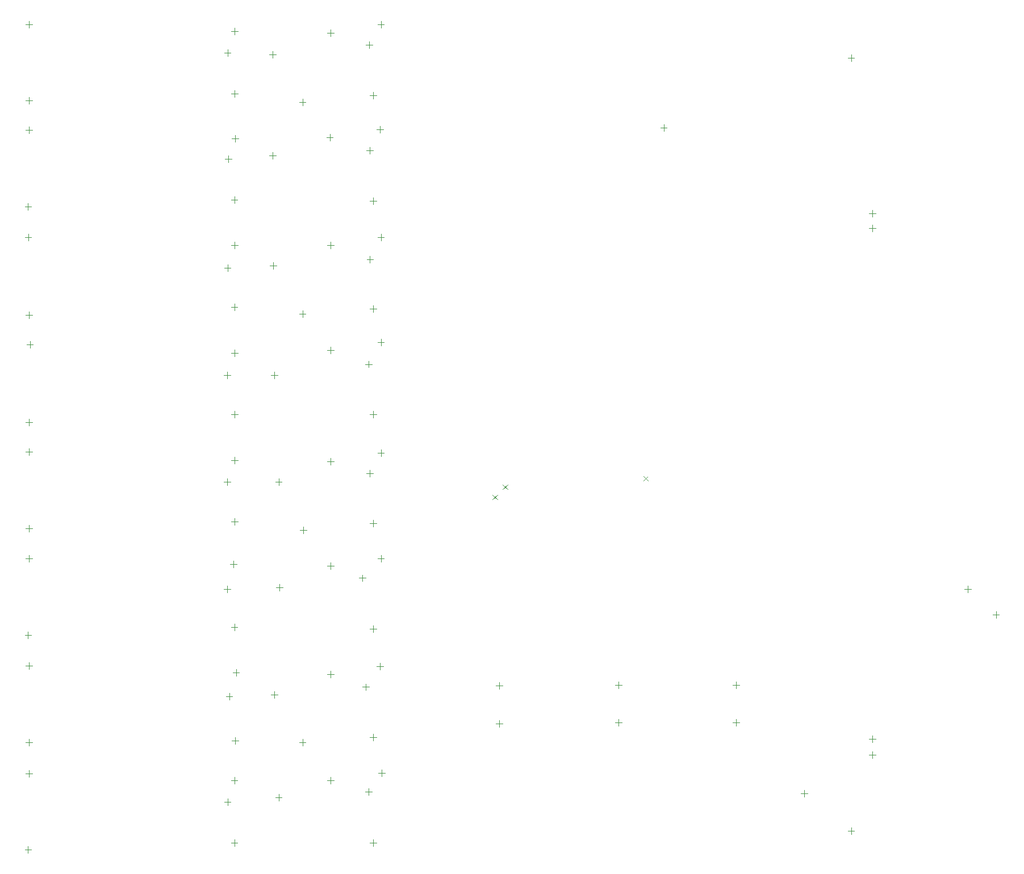
<source format=gbr>
%TF.GenerationSoftware,Altium Limited,Altium Designer,21.6.4 (81)*%
G04 Layer_Color=8388736*
%FSLAX43Y43*%
%MOMM*%
%TF.SameCoordinates,95A2699C-722C-4572-8EE5-7BEA9F810E30*%
%TF.FilePolarity,Positive*%
%TF.FileFunction,Other,Bottom_Component_Center*%
%TF.Part,Single*%
G01*
G75*
%TA.AperFunction,NonConductor*%
%ADD137C,0.100*%
D137*
X-107767Y31574D02*
X-106767D01*
X-107267Y31074D02*
Y32074D01*
X-117213Y118832D02*
X-116213D01*
X-116713Y118332D02*
Y119332D01*
X-117213Y23328D02*
X-116213D01*
X-116713Y22828D02*
Y23828D01*
X-86841Y61782D02*
X-86133Y61074D01*
X-86841D02*
X-86133Y61782D01*
X-106682Y62922D02*
Y63922D01*
X-107182Y63422D02*
X-106182D01*
X-106888Y79238D02*
Y80238D01*
X-107388Y79738D02*
X-106388D01*
X-106644Y94896D02*
Y95896D01*
X-107144Y95396D02*
X-106144D01*
X-106694Y111087D02*
Y112087D01*
X-107194Y111587D02*
X-106194D01*
X-106753Y126839D02*
Y127839D01*
X-107253Y127339D02*
X-106253D01*
X-32250Y102195D02*
X-31250D01*
X-31750Y101695D02*
Y102695D01*
X-32250Y100036D02*
X-31250D01*
X-31750Y99536D02*
Y100536D01*
X-32250Y23836D02*
X-31250D01*
X-31750Y23336D02*
Y24336D01*
X-32250Y21423D02*
X-31250D01*
X-31750Y20923D02*
Y21923D01*
X-106829Y15414D02*
Y16414D01*
X-107329Y15914D02*
X-106329D01*
X-107793Y47331D02*
Y48331D01*
X-108293Y47831D02*
X-107293D01*
X-63365Y115022D02*
X-62365D01*
X-62865Y114522D02*
Y115522D01*
X-117086Y54951D02*
X-116086D01*
X-116586Y54451D02*
Y55451D01*
X-117213Y87209D02*
X-116213D01*
X-116713Y86709D02*
Y87709D01*
X-158119Y7326D02*
X-157119D01*
X-157619Y6826D02*
Y7826D01*
X-157992Y18629D02*
X-156992D01*
X-157492Y18129D02*
Y19129D01*
X-157992Y23328D02*
X-156992D01*
X-157492Y22828D02*
Y23828D01*
X-158119Y39330D02*
X-157119D01*
X-157619Y38830D02*
Y39830D01*
X-157992Y50760D02*
X-156992D01*
X-157492Y50260D02*
Y51260D01*
X-157992Y55205D02*
X-156992D01*
X-157492Y54705D02*
Y55705D01*
X-157992Y66635D02*
X-156992D01*
X-157492Y66135D02*
Y67135D01*
X-157980Y71080D02*
X-156980D01*
X-157480Y70580D02*
Y71580D01*
X-157853Y82637D02*
X-156853D01*
X-157353Y82137D02*
Y83137D01*
X-157980Y87082D02*
X-156980D01*
X-157480Y86582D02*
Y87582D01*
X-158107Y98639D02*
X-157107D01*
X-157607Y98139D02*
Y99139D01*
X-158119Y103211D02*
X-157119D01*
X-157619Y102711D02*
Y103711D01*
X-157980Y114641D02*
X-156980D01*
X-157480Y114141D02*
Y115141D01*
X-157980Y119086D02*
X-156980D01*
X-157480Y118586D02*
Y119586D01*
X-157980Y130389D02*
X-156980D01*
X-157480Y129889D02*
Y130889D01*
X-157980Y34758D02*
X-156980D01*
X-157480Y34258D02*
Y35258D01*
X-126873Y39973D02*
Y40973D01*
X-127373Y40473D02*
X-126373D01*
X-127000Y49371D02*
Y50371D01*
X-127500Y49871D02*
X-126500D01*
X-126776Y112871D02*
Y113871D01*
X-127276Y113371D02*
X-126276D01*
X-106672Y119848D02*
X-105672D01*
X-106172Y119348D02*
Y120348D01*
X-106672Y40219D02*
X-105672D01*
X-106172Y39719D02*
Y40719D01*
X-106672Y24090D02*
X-105672D01*
X-106172Y23590D02*
Y24590D01*
X-106672Y8342D02*
X-105672D01*
X-106172Y7842D02*
Y8842D01*
X-104902Y18256D02*
Y19256D01*
X-105402Y18756D02*
X-104402D01*
X-105156Y34131D02*
Y35131D01*
X-105656Y34631D02*
X-104656D01*
X-105029Y50260D02*
Y51260D01*
X-105529Y50760D02*
X-104529D01*
X-105029Y66008D02*
Y67008D01*
X-105529Y66508D02*
X-104529D01*
X-105029Y82518D02*
Y83518D01*
X-105529Y83018D02*
X-104529D01*
X-105029Y98139D02*
Y99139D01*
X-105529Y98639D02*
X-104529D01*
X-105156Y114268D02*
Y115268D01*
X-105656Y114768D02*
X-104656D01*
X-105029Y129889D02*
Y130889D01*
X-105529Y130389D02*
X-104529D01*
X-113022Y129119D02*
X-112022D01*
X-112522Y128619D02*
Y129619D01*
X-113149Y113590D02*
X-112149D01*
X-112649Y113090D02*
Y114090D01*
X-113022Y97461D02*
X-112022D01*
X-112522Y96961D02*
Y97961D01*
X-113022Y81840D02*
X-112022D01*
X-112522Y81340D02*
Y82340D01*
X-113022Y65238D02*
X-112022D01*
X-112522Y64738D02*
Y65738D01*
X-113022Y49617D02*
X-112022D01*
X-112522Y49117D02*
Y50117D01*
X-113022Y17613D02*
X-112022D01*
X-112522Y17113D02*
Y18113D01*
X-120269Y14573D02*
Y15573D01*
X-120769Y15073D02*
X-119769D01*
X-120904Y29940D02*
Y30940D01*
X-121404Y30440D02*
X-120404D01*
X-120142Y45942D02*
Y46942D01*
X-120642Y46442D02*
X-119642D01*
X-120269Y61690D02*
Y62690D01*
X-120769Y62190D02*
X-119769D01*
X-120904Y77565D02*
Y78565D01*
X-121404Y78065D02*
X-120404D01*
X-121065Y93948D02*
Y94948D01*
X-121565Y94448D02*
X-120565D01*
X-121158Y110331D02*
Y111331D01*
X-121658Y110831D02*
X-120658D01*
X-126843Y128873D02*
Y129873D01*
X-127343Y129373D02*
X-126343D01*
X-127889Y125698D02*
Y126698D01*
X-128389Y126198D02*
X-127389D01*
X-127802Y109823D02*
Y110823D01*
X-128302Y110323D02*
X-127302D01*
X-126873Y103727D02*
Y104727D01*
X-127373Y104227D02*
X-126373D01*
X-126843Y96996D02*
Y97996D01*
X-127343Y97496D02*
X-126343D01*
X-126873Y87725D02*
Y88725D01*
X-127373Y88225D02*
X-126373D01*
X-127889Y93567D02*
Y94567D01*
X-128389Y94067D02*
X-127389D01*
X-126843Y71723D02*
Y72723D01*
X-127343Y72223D02*
X-126343D01*
X-126843Y80867D02*
Y81867D01*
X-127343Y81367D02*
X-126343D01*
X-127929Y77565D02*
Y78565D01*
X-128429Y78065D02*
X-127429D01*
X-126843Y55721D02*
Y56721D01*
X-127343Y56221D02*
X-126343D01*
X-126843Y64865D02*
Y65865D01*
X-127343Y65365D02*
X-126343D01*
X-127929Y61690D02*
Y62690D01*
X-128429Y62190D02*
X-127429D01*
X-126746Y23082D02*
Y24082D01*
X-127246Y23582D02*
X-126246D01*
X-126873Y17113D02*
Y18113D01*
X-127373Y17613D02*
X-126373D01*
X-127889Y13938D02*
Y14938D01*
X-128389Y14438D02*
X-127389D01*
X-88365Y60258D02*
X-87657Y59550D01*
X-88365D02*
X-87657Y60258D01*
X-65886Y63052D02*
X-65178Y62344D01*
X-65886D02*
X-65178Y63052D01*
X-70096Y31837D02*
X-69096D01*
X-69596Y31337D02*
Y32337D01*
X-52570Y26249D02*
X-51570D01*
X-52070Y25749D02*
Y26749D01*
X-87876Y26122D02*
X-86876D01*
X-87376Y25622D02*
Y26622D01*
X-70096Y26249D02*
X-69096D01*
X-69596Y25749D02*
Y26749D01*
X-41910Y15208D02*
Y16208D01*
X-42410Y15708D02*
X-41410D01*
X-13335Y41878D02*
Y42878D01*
X-13835Y42378D02*
X-12835D01*
X-17526Y45688D02*
Y46688D01*
X-18026Y46188D02*
X-17026D01*
X-87376Y31302D02*
Y32302D01*
X-87876Y31802D02*
X-86876D01*
X-52070Y31337D02*
Y32337D01*
X-52570Y31837D02*
X-51570D01*
X-35425Y125436D02*
X-34425D01*
X-34925Y124936D02*
Y125936D01*
Y9620D02*
Y10620D01*
X-35425Y10120D02*
X-34425D01*
X-106172Y103600D02*
Y104600D01*
X-106672Y104100D02*
X-105672D01*
X-106172Y87471D02*
Y88471D01*
X-106672Y87971D02*
X-105672D01*
X-106172Y71723D02*
Y72723D01*
X-106672Y72223D02*
X-105672D01*
X-106172Y55467D02*
Y56467D01*
X-106672Y55967D02*
X-105672D01*
X-112522Y32953D02*
Y33953D01*
X-113022Y33453D02*
X-112022D01*
X-121658Y125944D02*
X-120658D01*
X-121158Y125444D02*
Y126444D01*
X-127119Y33742D02*
X-126119D01*
X-126619Y33242D02*
Y34242D01*
X-128135Y30186D02*
X-127135D01*
X-127635Y29686D02*
Y30686D01*
X-127373Y8342D02*
X-126373D01*
X-126873Y7842D02*
Y8842D01*
X-128429Y46188D02*
X-127429D01*
X-127929Y45688D02*
Y46688D01*
X-127343Y120102D02*
X-126343D01*
X-126843Y119602D02*
Y120602D01*
%TF.MD5,ed74ae349251dacad78e7033bbb32562*%
M02*

</source>
